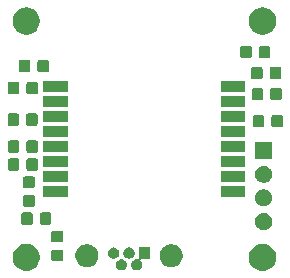
<source format=gbr>
%TF.GenerationSoftware,KiCad,Pcbnew,(5.1.5)-3*%
%TF.CreationDate,2020-05-01T16:03:37+02:00*%
%TF.ProjectId,SX1280_module,53583132-3830-45f6-9d6f-64756c652e6b,rev?*%
%TF.SameCoordinates,Original*%
%TF.FileFunction,Soldermask,Bot*%
%TF.FilePolarity,Negative*%
%FSLAX46Y46*%
G04 Gerber Fmt 4.6, Leading zero omitted, Abs format (unit mm)*
G04 Created by KiCad (PCBNEW (5.1.5)-3) date 2020-05-01 16:03:37*
%MOMM*%
%LPD*%
G04 APERTURE LIST*
%ADD10C,0.100000*%
G04 APERTURE END LIST*
D10*
G36*
X129224549Y-119871116D02*
G01*
X129335734Y-119893232D01*
X129545203Y-119979997D01*
X129733720Y-120105960D01*
X129894040Y-120266280D01*
X130020003Y-120454797D01*
X130106768Y-120664266D01*
X130113158Y-120696391D01*
X130151000Y-120886635D01*
X130151000Y-121113365D01*
X130147094Y-121133001D01*
X130106768Y-121335734D01*
X130020003Y-121545203D01*
X129894040Y-121733720D01*
X129733720Y-121894040D01*
X129545203Y-122020003D01*
X129335734Y-122106768D01*
X129224549Y-122128884D01*
X129113365Y-122151000D01*
X128886635Y-122151000D01*
X128775451Y-122128884D01*
X128664266Y-122106768D01*
X128454797Y-122020003D01*
X128266280Y-121894040D01*
X128105960Y-121733720D01*
X127979997Y-121545203D01*
X127893232Y-121335734D01*
X127852906Y-121133001D01*
X127849000Y-121113365D01*
X127849000Y-120886635D01*
X127886842Y-120696391D01*
X127893232Y-120664266D01*
X127979997Y-120454797D01*
X128105960Y-120266280D01*
X128266280Y-120105960D01*
X128454797Y-119979997D01*
X128664266Y-119893232D01*
X128775451Y-119871116D01*
X128886635Y-119849000D01*
X129113365Y-119849000D01*
X129224549Y-119871116D01*
G37*
G36*
X109224549Y-119871116D02*
G01*
X109335734Y-119893232D01*
X109545203Y-119979997D01*
X109733720Y-120105960D01*
X109894040Y-120266280D01*
X110020003Y-120454797D01*
X110106768Y-120664266D01*
X110113158Y-120696391D01*
X110151000Y-120886635D01*
X110151000Y-121113365D01*
X110147094Y-121133001D01*
X110106768Y-121335734D01*
X110020003Y-121545203D01*
X109894040Y-121733720D01*
X109733720Y-121894040D01*
X109545203Y-122020003D01*
X109335734Y-122106768D01*
X109224549Y-122128884D01*
X109113365Y-122151000D01*
X108886635Y-122151000D01*
X108775451Y-122128884D01*
X108664266Y-122106768D01*
X108454797Y-122020003D01*
X108266280Y-121894040D01*
X108105960Y-121733720D01*
X107979997Y-121545203D01*
X107893232Y-121335734D01*
X107852906Y-121133001D01*
X107849000Y-121113365D01*
X107849000Y-120886635D01*
X107886842Y-120696391D01*
X107893232Y-120664266D01*
X107979997Y-120454797D01*
X108105960Y-120266280D01*
X108266280Y-120105960D01*
X108454797Y-119979997D01*
X108664266Y-119893232D01*
X108775451Y-119871116D01*
X108886635Y-119849000D01*
X109113365Y-119849000D01*
X109224549Y-119871116D01*
G37*
G36*
X117157054Y-121191067D02*
G01*
X117187386Y-121197100D01*
X117273102Y-121232605D01*
X117350245Y-121284150D01*
X117415850Y-121349755D01*
X117467395Y-121426898D01*
X117502900Y-121512614D01*
X117521000Y-121603611D01*
X117521000Y-121696389D01*
X117502900Y-121787386D01*
X117467395Y-121873102D01*
X117415850Y-121950245D01*
X117350245Y-122015850D01*
X117273102Y-122067395D01*
X117187386Y-122102900D01*
X117157054Y-122108933D01*
X117096391Y-122121000D01*
X117003609Y-122121000D01*
X116942946Y-122108933D01*
X116912614Y-122102900D01*
X116826898Y-122067395D01*
X116749755Y-122015850D01*
X116684150Y-121950245D01*
X116632605Y-121873102D01*
X116597100Y-121787386D01*
X116579000Y-121696389D01*
X116579000Y-121603611D01*
X116597100Y-121512614D01*
X116632605Y-121426898D01*
X116684150Y-121349755D01*
X116749755Y-121284150D01*
X116826898Y-121232605D01*
X116912614Y-121197100D01*
X116942946Y-121191067D01*
X117003609Y-121179000D01*
X117096391Y-121179000D01*
X117157054Y-121191067D01*
G37*
G36*
X119471000Y-121121000D02*
G01*
X118788869Y-121121000D01*
X118764483Y-121123402D01*
X118741034Y-121130515D01*
X118719423Y-121142066D01*
X118700481Y-121157611D01*
X118684936Y-121176553D01*
X118673385Y-121198164D01*
X118666272Y-121221613D01*
X118663870Y-121245999D01*
X118666272Y-121270385D01*
X118673385Y-121293834D01*
X118684936Y-121315445D01*
X118700476Y-121334381D01*
X118715850Y-121349755D01*
X118767395Y-121426898D01*
X118802900Y-121512614D01*
X118821000Y-121603611D01*
X118821000Y-121696389D01*
X118802900Y-121787386D01*
X118767395Y-121873102D01*
X118715850Y-121950245D01*
X118650245Y-122015850D01*
X118573102Y-122067395D01*
X118487386Y-122102900D01*
X118457054Y-122108933D01*
X118396391Y-122121000D01*
X118303609Y-122121000D01*
X118242946Y-122108933D01*
X118212614Y-122102900D01*
X118126898Y-122067395D01*
X118049755Y-122015850D01*
X117984150Y-121950245D01*
X117932605Y-121873102D01*
X117897100Y-121787386D01*
X117879000Y-121696389D01*
X117879000Y-121603611D01*
X117897100Y-121512614D01*
X117932605Y-121426898D01*
X117984150Y-121349755D01*
X118049755Y-121284150D01*
X118126898Y-121232605D01*
X118212614Y-121197100D01*
X118242946Y-121191067D01*
X118303609Y-121179000D01*
X118404001Y-121179000D01*
X118428387Y-121176598D01*
X118451836Y-121169485D01*
X118473447Y-121157934D01*
X118492389Y-121142389D01*
X118507934Y-121123447D01*
X118519485Y-121101836D01*
X118526598Y-121078387D01*
X118529000Y-121054001D01*
X118529000Y-120179000D01*
X119471000Y-120179000D01*
X119471000Y-121121000D01*
G37*
G36*
X114409687Y-119931507D02*
G01*
X114409690Y-119931508D01*
X114409689Y-119931508D01*
X114587309Y-120005080D01*
X114587310Y-120005081D01*
X114747161Y-120111889D01*
X114883111Y-120247839D01*
X114951208Y-120349755D01*
X114989920Y-120407691D01*
X115044927Y-120540490D01*
X115063493Y-120585313D01*
X115101000Y-120773871D01*
X115101000Y-120966129D01*
X115063493Y-121154687D01*
X115063492Y-121154689D01*
X114989920Y-121332309D01*
X114987632Y-121335733D01*
X114883111Y-121492161D01*
X114747161Y-121628111D01*
X114613891Y-121717158D01*
X114587309Y-121734920D01*
X114460646Y-121787385D01*
X114409687Y-121808493D01*
X114221129Y-121846000D01*
X114028871Y-121846000D01*
X113840313Y-121808493D01*
X113789354Y-121787385D01*
X113662691Y-121734920D01*
X113636109Y-121717158D01*
X113502839Y-121628111D01*
X113366889Y-121492161D01*
X113262368Y-121335733D01*
X113260080Y-121332309D01*
X113186508Y-121154689D01*
X113186507Y-121154687D01*
X113149000Y-120966129D01*
X113149000Y-120773871D01*
X113186507Y-120585313D01*
X113205073Y-120540490D01*
X113260080Y-120407691D01*
X113298792Y-120349755D01*
X113366889Y-120247839D01*
X113502839Y-120111889D01*
X113662690Y-120005081D01*
X113662691Y-120005080D01*
X113840311Y-119931508D01*
X113840310Y-119931508D01*
X113840313Y-119931507D01*
X114028871Y-119894000D01*
X114221129Y-119894000D01*
X114409687Y-119931507D01*
G37*
G36*
X121559687Y-119931507D02*
G01*
X121559690Y-119931508D01*
X121559689Y-119931508D01*
X121737309Y-120005080D01*
X121737310Y-120005081D01*
X121897161Y-120111889D01*
X122033111Y-120247839D01*
X122101208Y-120349755D01*
X122139920Y-120407691D01*
X122194927Y-120540490D01*
X122213493Y-120585313D01*
X122251000Y-120773871D01*
X122251000Y-120966129D01*
X122213493Y-121154687D01*
X122213492Y-121154689D01*
X122139920Y-121332309D01*
X122137632Y-121335733D01*
X122033111Y-121492161D01*
X121897161Y-121628111D01*
X121763891Y-121717158D01*
X121737309Y-121734920D01*
X121610646Y-121787385D01*
X121559687Y-121808493D01*
X121371129Y-121846000D01*
X121178871Y-121846000D01*
X120990313Y-121808493D01*
X120939354Y-121787385D01*
X120812691Y-121734920D01*
X120786109Y-121717158D01*
X120652839Y-121628111D01*
X120516889Y-121492161D01*
X120412368Y-121335733D01*
X120410080Y-121332309D01*
X120336508Y-121154689D01*
X120336507Y-121154687D01*
X120299000Y-120966129D01*
X120299000Y-120773871D01*
X120336507Y-120585313D01*
X120355073Y-120540490D01*
X120410080Y-120407691D01*
X120448792Y-120349755D01*
X120516889Y-120247839D01*
X120652839Y-120111889D01*
X120812690Y-120005081D01*
X120812691Y-120005080D01*
X120990311Y-119931508D01*
X120990310Y-119931508D01*
X120990313Y-119931507D01*
X121178871Y-119894000D01*
X121371129Y-119894000D01*
X121559687Y-119931507D01*
G37*
G36*
X112002391Y-120356685D02*
G01*
X112036369Y-120366993D01*
X112067690Y-120383734D01*
X112095139Y-120406261D01*
X112117666Y-120433710D01*
X112134407Y-120465031D01*
X112144715Y-120499009D01*
X112148800Y-120540490D01*
X112148800Y-121141710D01*
X112144715Y-121183191D01*
X112134407Y-121217169D01*
X112117666Y-121248490D01*
X112095139Y-121275939D01*
X112067690Y-121298466D01*
X112036369Y-121315207D01*
X112002391Y-121325515D01*
X111960910Y-121329600D01*
X111284690Y-121329600D01*
X111243209Y-121325515D01*
X111209231Y-121315207D01*
X111177910Y-121298466D01*
X111150461Y-121275939D01*
X111127934Y-121248490D01*
X111111193Y-121217169D01*
X111100885Y-121183191D01*
X111096800Y-121141710D01*
X111096800Y-120540490D01*
X111100885Y-120499009D01*
X111111193Y-120465031D01*
X111127934Y-120433710D01*
X111150461Y-120406261D01*
X111177910Y-120383734D01*
X111209231Y-120366993D01*
X111243209Y-120356685D01*
X111284690Y-120352600D01*
X111960910Y-120352600D01*
X112002391Y-120356685D01*
G37*
G36*
X117807054Y-120191067D02*
G01*
X117837386Y-120197100D01*
X117923102Y-120232605D01*
X118000245Y-120284150D01*
X118065850Y-120349755D01*
X118117395Y-120426898D01*
X118147265Y-120499009D01*
X118152900Y-120512615D01*
X118169656Y-120596850D01*
X118171000Y-120603611D01*
X118171000Y-120696389D01*
X118152900Y-120787386D01*
X118117395Y-120873102D01*
X118065850Y-120950245D01*
X118000245Y-121015850D01*
X117923102Y-121067395D01*
X117837386Y-121102900D01*
X117807054Y-121108933D01*
X117746391Y-121121000D01*
X117653609Y-121121000D01*
X117592946Y-121108933D01*
X117562614Y-121102900D01*
X117476898Y-121067395D01*
X117399755Y-121015850D01*
X117334150Y-120950245D01*
X117282605Y-120873102D01*
X117247100Y-120787386D01*
X117229000Y-120696389D01*
X117229000Y-120603611D01*
X117230345Y-120596850D01*
X117247100Y-120512615D01*
X117252736Y-120499009D01*
X117282605Y-120426898D01*
X117334150Y-120349755D01*
X117399755Y-120284150D01*
X117476898Y-120232605D01*
X117562614Y-120197100D01*
X117592946Y-120191067D01*
X117653609Y-120179000D01*
X117746391Y-120179000D01*
X117807054Y-120191067D01*
G37*
G36*
X116507054Y-120191067D02*
G01*
X116537386Y-120197100D01*
X116623102Y-120232605D01*
X116700245Y-120284150D01*
X116765850Y-120349755D01*
X116817395Y-120426898D01*
X116847265Y-120499009D01*
X116852900Y-120512615D01*
X116869656Y-120596850D01*
X116871000Y-120603611D01*
X116871000Y-120696389D01*
X116852900Y-120787386D01*
X116817395Y-120873102D01*
X116765850Y-120950245D01*
X116700245Y-121015850D01*
X116623102Y-121067395D01*
X116537386Y-121102900D01*
X116507054Y-121108933D01*
X116446391Y-121121000D01*
X116353609Y-121121000D01*
X116292946Y-121108933D01*
X116262614Y-121102900D01*
X116176898Y-121067395D01*
X116099755Y-121015850D01*
X116034150Y-120950245D01*
X115982605Y-120873102D01*
X115947100Y-120787386D01*
X115929000Y-120696389D01*
X115929000Y-120603611D01*
X115930345Y-120596850D01*
X115947100Y-120512615D01*
X115952736Y-120499009D01*
X115982605Y-120426898D01*
X116034150Y-120349755D01*
X116099755Y-120284150D01*
X116176898Y-120232605D01*
X116262614Y-120197100D01*
X116292946Y-120191067D01*
X116353609Y-120179000D01*
X116446391Y-120179000D01*
X116507054Y-120191067D01*
G37*
G36*
X112002391Y-118781685D02*
G01*
X112036369Y-118791993D01*
X112067690Y-118808734D01*
X112095139Y-118831261D01*
X112117666Y-118858710D01*
X112134407Y-118890031D01*
X112144715Y-118924009D01*
X112148800Y-118965490D01*
X112148800Y-119566710D01*
X112144715Y-119608191D01*
X112134407Y-119642169D01*
X112117666Y-119673490D01*
X112095139Y-119700939D01*
X112067690Y-119723466D01*
X112036369Y-119740207D01*
X112002391Y-119750515D01*
X111960910Y-119754600D01*
X111284690Y-119754600D01*
X111243209Y-119750515D01*
X111209231Y-119740207D01*
X111177910Y-119723466D01*
X111150461Y-119700939D01*
X111127934Y-119673490D01*
X111111193Y-119642169D01*
X111100885Y-119608191D01*
X111096800Y-119566710D01*
X111096800Y-118965490D01*
X111100885Y-118924009D01*
X111111193Y-118890031D01*
X111127934Y-118858710D01*
X111150461Y-118831261D01*
X111177910Y-118808734D01*
X111209231Y-118791993D01*
X111243209Y-118781685D01*
X111284690Y-118777600D01*
X111960910Y-118777600D01*
X112002391Y-118781685D01*
G37*
G36*
X129309766Y-117278299D02*
G01*
X129441888Y-117333026D01*
X129441890Y-117333027D01*
X129560798Y-117412479D01*
X129661921Y-117513602D01*
X129661922Y-117513604D01*
X129741374Y-117632512D01*
X129796101Y-117764634D01*
X129824000Y-117904894D01*
X129824000Y-118047906D01*
X129796101Y-118188166D01*
X129770361Y-118250307D01*
X129741373Y-118320290D01*
X129661921Y-118439198D01*
X129560798Y-118540321D01*
X129441890Y-118619773D01*
X129441889Y-118619774D01*
X129441888Y-118619774D01*
X129309766Y-118674501D01*
X129169506Y-118702400D01*
X129026494Y-118702400D01*
X128886234Y-118674501D01*
X128754112Y-118619774D01*
X128754111Y-118619774D01*
X128754110Y-118619773D01*
X128635202Y-118540321D01*
X128534079Y-118439198D01*
X128454627Y-118320290D01*
X128425639Y-118250307D01*
X128399899Y-118188166D01*
X128372000Y-118047906D01*
X128372000Y-117904894D01*
X128399899Y-117764634D01*
X128454626Y-117632512D01*
X128534078Y-117513604D01*
X128534079Y-117513602D01*
X128635202Y-117412479D01*
X128754110Y-117333027D01*
X128754112Y-117333026D01*
X128886234Y-117278299D01*
X129026494Y-117250400D01*
X129169506Y-117250400D01*
X129309766Y-117278299D01*
G37*
G36*
X110984591Y-117207085D02*
G01*
X111018569Y-117217393D01*
X111049890Y-117234134D01*
X111077339Y-117256661D01*
X111099866Y-117284110D01*
X111116607Y-117315431D01*
X111126915Y-117349409D01*
X111131000Y-117390890D01*
X111131000Y-118067110D01*
X111126915Y-118108591D01*
X111116607Y-118142569D01*
X111099866Y-118173890D01*
X111077339Y-118201339D01*
X111049890Y-118223866D01*
X111018569Y-118240607D01*
X110984591Y-118250915D01*
X110943110Y-118255000D01*
X110341890Y-118255000D01*
X110300409Y-118250915D01*
X110266431Y-118240607D01*
X110235110Y-118223866D01*
X110207661Y-118201339D01*
X110185134Y-118173890D01*
X110168393Y-118142569D01*
X110158085Y-118108591D01*
X110154000Y-118067110D01*
X110154000Y-117390890D01*
X110158085Y-117349409D01*
X110168393Y-117315431D01*
X110185134Y-117284110D01*
X110207661Y-117256661D01*
X110235110Y-117234134D01*
X110266431Y-117217393D01*
X110300409Y-117207085D01*
X110341890Y-117203000D01*
X110943110Y-117203000D01*
X110984591Y-117207085D01*
G37*
G36*
X109409591Y-117207085D02*
G01*
X109443569Y-117217393D01*
X109474890Y-117234134D01*
X109502339Y-117256661D01*
X109524866Y-117284110D01*
X109541607Y-117315431D01*
X109551915Y-117349409D01*
X109556000Y-117390890D01*
X109556000Y-118067110D01*
X109551915Y-118108591D01*
X109541607Y-118142569D01*
X109524866Y-118173890D01*
X109502339Y-118201339D01*
X109474890Y-118223866D01*
X109443569Y-118240607D01*
X109409591Y-118250915D01*
X109368110Y-118255000D01*
X108766890Y-118255000D01*
X108725409Y-118250915D01*
X108691431Y-118240607D01*
X108660110Y-118223866D01*
X108632661Y-118201339D01*
X108610134Y-118173890D01*
X108593393Y-118142569D01*
X108583085Y-118108591D01*
X108579000Y-118067110D01*
X108579000Y-117390890D01*
X108583085Y-117349409D01*
X108593393Y-117315431D01*
X108610134Y-117284110D01*
X108632661Y-117256661D01*
X108660110Y-117234134D01*
X108691431Y-117217393D01*
X108725409Y-117207085D01*
X108766890Y-117203000D01*
X109368110Y-117203000D01*
X109409591Y-117207085D01*
G37*
G36*
X109599591Y-115746085D02*
G01*
X109633569Y-115756393D01*
X109664890Y-115773134D01*
X109692339Y-115795661D01*
X109714866Y-115823110D01*
X109731607Y-115854431D01*
X109741915Y-115888409D01*
X109746000Y-115929890D01*
X109746000Y-116531110D01*
X109741915Y-116572591D01*
X109731607Y-116606569D01*
X109714866Y-116637890D01*
X109692339Y-116665339D01*
X109664890Y-116687866D01*
X109633569Y-116704607D01*
X109599591Y-116714915D01*
X109558110Y-116719000D01*
X108881890Y-116719000D01*
X108840409Y-116714915D01*
X108806431Y-116704607D01*
X108775110Y-116687866D01*
X108747661Y-116665339D01*
X108725134Y-116637890D01*
X108708393Y-116606569D01*
X108698085Y-116572591D01*
X108694000Y-116531110D01*
X108694000Y-115929890D01*
X108698085Y-115888409D01*
X108708393Y-115854431D01*
X108725134Y-115823110D01*
X108747661Y-115795661D01*
X108775110Y-115773134D01*
X108806431Y-115756393D01*
X108840409Y-115746085D01*
X108881890Y-115742000D01*
X109558110Y-115742000D01*
X109599591Y-115746085D01*
G37*
G36*
X129309766Y-115278299D02*
G01*
X129441888Y-115333026D01*
X129441890Y-115333027D01*
X129560798Y-115412479D01*
X129661921Y-115513602D01*
X129661922Y-115513604D01*
X129741374Y-115632512D01*
X129796101Y-115764634D01*
X129824000Y-115904894D01*
X129824000Y-116047906D01*
X129796101Y-116188166D01*
X129741374Y-116320288D01*
X129741373Y-116320290D01*
X129661921Y-116439198D01*
X129560798Y-116540321D01*
X129441890Y-116619773D01*
X129441889Y-116619774D01*
X129441888Y-116619774D01*
X129309766Y-116674501D01*
X129169506Y-116702400D01*
X129026494Y-116702400D01*
X128886234Y-116674501D01*
X128754112Y-116619774D01*
X128754111Y-116619774D01*
X128754110Y-116619773D01*
X128635202Y-116540321D01*
X128534079Y-116439198D01*
X128454627Y-116320290D01*
X128454626Y-116320288D01*
X128399899Y-116188166D01*
X128372000Y-116047906D01*
X128372000Y-115904894D01*
X128399899Y-115764634D01*
X128454626Y-115632512D01*
X128534078Y-115513604D01*
X128534079Y-115513602D01*
X128635202Y-115412479D01*
X128754110Y-115333027D01*
X128754112Y-115333026D01*
X128886234Y-115278299D01*
X129026494Y-115250400D01*
X129169506Y-115250400D01*
X129309766Y-115278299D01*
G37*
G36*
X127551000Y-115896000D02*
G01*
X125449000Y-115896000D01*
X125449000Y-114994000D01*
X127551000Y-114994000D01*
X127551000Y-115896000D01*
G37*
G36*
X112551000Y-115896000D02*
G01*
X110449000Y-115896000D01*
X110449000Y-114994000D01*
X112551000Y-114994000D01*
X112551000Y-115896000D01*
G37*
G36*
X109599591Y-114171085D02*
G01*
X109633569Y-114181393D01*
X109664890Y-114198134D01*
X109692339Y-114220661D01*
X109714866Y-114248110D01*
X109731607Y-114279431D01*
X109741915Y-114313409D01*
X109746000Y-114354890D01*
X109746000Y-114956110D01*
X109741915Y-114997591D01*
X109731607Y-115031569D01*
X109714866Y-115062890D01*
X109692339Y-115090339D01*
X109664890Y-115112866D01*
X109633569Y-115129607D01*
X109599591Y-115139915D01*
X109558110Y-115144000D01*
X108881890Y-115144000D01*
X108840409Y-115139915D01*
X108806431Y-115129607D01*
X108775110Y-115112866D01*
X108747661Y-115090339D01*
X108725134Y-115062890D01*
X108708393Y-115031569D01*
X108698085Y-114997591D01*
X108694000Y-114956110D01*
X108694000Y-114354890D01*
X108698085Y-114313409D01*
X108708393Y-114279431D01*
X108725134Y-114248110D01*
X108747661Y-114220661D01*
X108775110Y-114198134D01*
X108806431Y-114181393D01*
X108840409Y-114171085D01*
X108881890Y-114167000D01*
X109558110Y-114167000D01*
X109599591Y-114171085D01*
G37*
G36*
X129309766Y-113278299D02*
G01*
X129441888Y-113333026D01*
X129441890Y-113333027D01*
X129560798Y-113412479D01*
X129661921Y-113513602D01*
X129699985Y-113570569D01*
X129741374Y-113632512D01*
X129796101Y-113764634D01*
X129824000Y-113904894D01*
X129824000Y-114047906D01*
X129796101Y-114188166D01*
X129744223Y-114313409D01*
X129741373Y-114320290D01*
X129661921Y-114439198D01*
X129560798Y-114540321D01*
X129441890Y-114619773D01*
X129441889Y-114619774D01*
X129441888Y-114619774D01*
X129309766Y-114674501D01*
X129169506Y-114702400D01*
X129026494Y-114702400D01*
X128886234Y-114674501D01*
X128754112Y-114619774D01*
X128754111Y-114619774D01*
X128754110Y-114619773D01*
X128635202Y-114540321D01*
X128534079Y-114439198D01*
X128454627Y-114320290D01*
X128451777Y-114313409D01*
X128399899Y-114188166D01*
X128372000Y-114047906D01*
X128372000Y-113904894D01*
X128399899Y-113764634D01*
X128454626Y-113632512D01*
X128496015Y-113570569D01*
X128534079Y-113513602D01*
X128635202Y-113412479D01*
X128754110Y-113333027D01*
X128754112Y-113333026D01*
X128886234Y-113278299D01*
X129026494Y-113250400D01*
X129169506Y-113250400D01*
X129309766Y-113278299D01*
G37*
G36*
X127551000Y-114626000D02*
G01*
X125449000Y-114626000D01*
X125449000Y-113724000D01*
X127551000Y-113724000D01*
X127551000Y-114626000D01*
G37*
G36*
X112551000Y-114626000D02*
G01*
X110449000Y-114626000D01*
X110449000Y-113724000D01*
X112551000Y-113724000D01*
X112551000Y-114626000D01*
G37*
G36*
X108266591Y-112635085D02*
G01*
X108300569Y-112645393D01*
X108331890Y-112662134D01*
X108359339Y-112684661D01*
X108381866Y-112712110D01*
X108398607Y-112743431D01*
X108408915Y-112777409D01*
X108413000Y-112818890D01*
X108413000Y-113495110D01*
X108408915Y-113536591D01*
X108398607Y-113570569D01*
X108381866Y-113601890D01*
X108359339Y-113629339D01*
X108331890Y-113651866D01*
X108300569Y-113668607D01*
X108266591Y-113678915D01*
X108225110Y-113683000D01*
X107623890Y-113683000D01*
X107582409Y-113678915D01*
X107548431Y-113668607D01*
X107517110Y-113651866D01*
X107489661Y-113629339D01*
X107467134Y-113601890D01*
X107450393Y-113570569D01*
X107440085Y-113536591D01*
X107436000Y-113495110D01*
X107436000Y-112818890D01*
X107440085Y-112777409D01*
X107450393Y-112743431D01*
X107467134Y-112712110D01*
X107489661Y-112684661D01*
X107517110Y-112662134D01*
X107548431Y-112645393D01*
X107582409Y-112635085D01*
X107623890Y-112631000D01*
X108225110Y-112631000D01*
X108266591Y-112635085D01*
G37*
G36*
X109841591Y-112635085D02*
G01*
X109875569Y-112645393D01*
X109906890Y-112662134D01*
X109934339Y-112684661D01*
X109956866Y-112712110D01*
X109973607Y-112743431D01*
X109983915Y-112777409D01*
X109988000Y-112818890D01*
X109988000Y-113495110D01*
X109983915Y-113536591D01*
X109973607Y-113570569D01*
X109956866Y-113601890D01*
X109934339Y-113629339D01*
X109906890Y-113651866D01*
X109875569Y-113668607D01*
X109841591Y-113678915D01*
X109800110Y-113683000D01*
X109198890Y-113683000D01*
X109157409Y-113678915D01*
X109123431Y-113668607D01*
X109092110Y-113651866D01*
X109064661Y-113629339D01*
X109042134Y-113601890D01*
X109025393Y-113570569D01*
X109015085Y-113536591D01*
X109011000Y-113495110D01*
X109011000Y-112818890D01*
X109015085Y-112777409D01*
X109025393Y-112743431D01*
X109042134Y-112712110D01*
X109064661Y-112684661D01*
X109092110Y-112662134D01*
X109123431Y-112645393D01*
X109157409Y-112635085D01*
X109198890Y-112631000D01*
X109800110Y-112631000D01*
X109841591Y-112635085D01*
G37*
G36*
X112551000Y-113356000D02*
G01*
X110449000Y-113356000D01*
X110449000Y-112454000D01*
X112551000Y-112454000D01*
X112551000Y-113356000D01*
G37*
G36*
X127551000Y-113356000D02*
G01*
X125449000Y-113356000D01*
X125449000Y-112454000D01*
X127551000Y-112454000D01*
X127551000Y-113356000D01*
G37*
G36*
X129824000Y-112702400D02*
G01*
X128372000Y-112702400D01*
X128372000Y-111250400D01*
X129824000Y-111250400D01*
X129824000Y-112702400D01*
G37*
G36*
X108266591Y-111111085D02*
G01*
X108300569Y-111121393D01*
X108331890Y-111138134D01*
X108359339Y-111160661D01*
X108381866Y-111188110D01*
X108398607Y-111219431D01*
X108408915Y-111253409D01*
X108413000Y-111294890D01*
X108413000Y-111971110D01*
X108408915Y-112012591D01*
X108398607Y-112046569D01*
X108381866Y-112077890D01*
X108359339Y-112105339D01*
X108331890Y-112127866D01*
X108300569Y-112144607D01*
X108266591Y-112154915D01*
X108225110Y-112159000D01*
X107623890Y-112159000D01*
X107582409Y-112154915D01*
X107548431Y-112144607D01*
X107517110Y-112127866D01*
X107489661Y-112105339D01*
X107467134Y-112077890D01*
X107450393Y-112046569D01*
X107440085Y-112012591D01*
X107436000Y-111971110D01*
X107436000Y-111294890D01*
X107440085Y-111253409D01*
X107450393Y-111219431D01*
X107467134Y-111188110D01*
X107489661Y-111160661D01*
X107517110Y-111138134D01*
X107548431Y-111121393D01*
X107582409Y-111111085D01*
X107623890Y-111107000D01*
X108225110Y-111107000D01*
X108266591Y-111111085D01*
G37*
G36*
X109841591Y-111111085D02*
G01*
X109875569Y-111121393D01*
X109906890Y-111138134D01*
X109934339Y-111160661D01*
X109956866Y-111188110D01*
X109973607Y-111219431D01*
X109983915Y-111253409D01*
X109988000Y-111294890D01*
X109988000Y-111971110D01*
X109983915Y-112012591D01*
X109973607Y-112046569D01*
X109956866Y-112077890D01*
X109934339Y-112105339D01*
X109906890Y-112127866D01*
X109875569Y-112144607D01*
X109841591Y-112154915D01*
X109800110Y-112159000D01*
X109198890Y-112159000D01*
X109157409Y-112154915D01*
X109123431Y-112144607D01*
X109092110Y-112127866D01*
X109064661Y-112105339D01*
X109042134Y-112077890D01*
X109025393Y-112046569D01*
X109015085Y-112012591D01*
X109011000Y-111971110D01*
X109011000Y-111294890D01*
X109015085Y-111253409D01*
X109025393Y-111219431D01*
X109042134Y-111188110D01*
X109064661Y-111160661D01*
X109092110Y-111138134D01*
X109123431Y-111121393D01*
X109157409Y-111111085D01*
X109198890Y-111107000D01*
X109800110Y-111107000D01*
X109841591Y-111111085D01*
G37*
G36*
X112551000Y-112086000D02*
G01*
X110449000Y-112086000D01*
X110449000Y-111184000D01*
X112551000Y-111184000D01*
X112551000Y-112086000D01*
G37*
G36*
X127551000Y-112086000D02*
G01*
X125449000Y-112086000D01*
X125449000Y-111184000D01*
X127551000Y-111184000D01*
X127551000Y-112086000D01*
G37*
G36*
X112551000Y-110816000D02*
G01*
X110449000Y-110816000D01*
X110449000Y-109914000D01*
X112551000Y-109914000D01*
X112551000Y-110816000D01*
G37*
G36*
X127551000Y-110816000D02*
G01*
X125449000Y-110816000D01*
X125449000Y-109914000D01*
X127551000Y-109914000D01*
X127551000Y-110816000D01*
G37*
G36*
X129008191Y-108965285D02*
G01*
X129042169Y-108975593D01*
X129073490Y-108992334D01*
X129100939Y-109014861D01*
X129123466Y-109042310D01*
X129140207Y-109073631D01*
X129150515Y-109107609D01*
X129154600Y-109149090D01*
X129154600Y-109825310D01*
X129150515Y-109866791D01*
X129140207Y-109900769D01*
X129123466Y-109932090D01*
X129100939Y-109959539D01*
X129073490Y-109982066D01*
X129042169Y-109998807D01*
X129008191Y-110009115D01*
X128966710Y-110013200D01*
X128365490Y-110013200D01*
X128324009Y-110009115D01*
X128290031Y-109998807D01*
X128258710Y-109982066D01*
X128231261Y-109959539D01*
X128208734Y-109932090D01*
X128191993Y-109900769D01*
X128181685Y-109866791D01*
X128177600Y-109825310D01*
X128177600Y-109149090D01*
X128181685Y-109107609D01*
X128191993Y-109073631D01*
X128208734Y-109042310D01*
X128231261Y-109014861D01*
X128258710Y-108992334D01*
X128290031Y-108975593D01*
X128324009Y-108965285D01*
X128365490Y-108961200D01*
X128966710Y-108961200D01*
X129008191Y-108965285D01*
G37*
G36*
X130583191Y-108965285D02*
G01*
X130617169Y-108975593D01*
X130648490Y-108992334D01*
X130675939Y-109014861D01*
X130698466Y-109042310D01*
X130715207Y-109073631D01*
X130725515Y-109107609D01*
X130729600Y-109149090D01*
X130729600Y-109825310D01*
X130725515Y-109866791D01*
X130715207Y-109900769D01*
X130698466Y-109932090D01*
X130675939Y-109959539D01*
X130648490Y-109982066D01*
X130617169Y-109998807D01*
X130583191Y-110009115D01*
X130541710Y-110013200D01*
X129940490Y-110013200D01*
X129899009Y-110009115D01*
X129865031Y-109998807D01*
X129833710Y-109982066D01*
X129806261Y-109959539D01*
X129783734Y-109932090D01*
X129766993Y-109900769D01*
X129756685Y-109866791D01*
X129752600Y-109825310D01*
X129752600Y-109149090D01*
X129756685Y-109107609D01*
X129766993Y-109073631D01*
X129783734Y-109042310D01*
X129806261Y-109014861D01*
X129833710Y-108992334D01*
X129865031Y-108975593D01*
X129899009Y-108965285D01*
X129940490Y-108961200D01*
X130541710Y-108961200D01*
X130583191Y-108965285D01*
G37*
G36*
X109816091Y-108825085D02*
G01*
X109850069Y-108835393D01*
X109881390Y-108852134D01*
X109908839Y-108874661D01*
X109931366Y-108902110D01*
X109948107Y-108933431D01*
X109958415Y-108967409D01*
X109962500Y-109008890D01*
X109962500Y-109685110D01*
X109958415Y-109726591D01*
X109948107Y-109760569D01*
X109931366Y-109791890D01*
X109908839Y-109819339D01*
X109881390Y-109841866D01*
X109850069Y-109858607D01*
X109816091Y-109868915D01*
X109774610Y-109873000D01*
X109173390Y-109873000D01*
X109131909Y-109868915D01*
X109097931Y-109858607D01*
X109066610Y-109841866D01*
X109039161Y-109819339D01*
X109016634Y-109791890D01*
X108999893Y-109760569D01*
X108989585Y-109726591D01*
X108985500Y-109685110D01*
X108985500Y-109008890D01*
X108989585Y-108967409D01*
X108999893Y-108933431D01*
X109016634Y-108902110D01*
X109039161Y-108874661D01*
X109066610Y-108852134D01*
X109097931Y-108835393D01*
X109131909Y-108825085D01*
X109173390Y-108821000D01*
X109774610Y-108821000D01*
X109816091Y-108825085D01*
G37*
G36*
X108241091Y-108825085D02*
G01*
X108275069Y-108835393D01*
X108306390Y-108852134D01*
X108333839Y-108874661D01*
X108356366Y-108902110D01*
X108373107Y-108933431D01*
X108383415Y-108967409D01*
X108387500Y-109008890D01*
X108387500Y-109685110D01*
X108383415Y-109726591D01*
X108373107Y-109760569D01*
X108356366Y-109791890D01*
X108333839Y-109819339D01*
X108306390Y-109841866D01*
X108275069Y-109858607D01*
X108241091Y-109868915D01*
X108199610Y-109873000D01*
X107598390Y-109873000D01*
X107556909Y-109868915D01*
X107522931Y-109858607D01*
X107491610Y-109841866D01*
X107464161Y-109819339D01*
X107441634Y-109791890D01*
X107424893Y-109760569D01*
X107414585Y-109726591D01*
X107410500Y-109685110D01*
X107410500Y-109008890D01*
X107414585Y-108967409D01*
X107424893Y-108933431D01*
X107441634Y-108902110D01*
X107464161Y-108874661D01*
X107491610Y-108852134D01*
X107522931Y-108835393D01*
X107556909Y-108825085D01*
X107598390Y-108821000D01*
X108199610Y-108821000D01*
X108241091Y-108825085D01*
G37*
G36*
X127551000Y-109546000D02*
G01*
X125449000Y-109546000D01*
X125449000Y-108644000D01*
X127551000Y-108644000D01*
X127551000Y-109546000D01*
G37*
G36*
X112551000Y-109546000D02*
G01*
X110449000Y-109546000D01*
X110449000Y-108644000D01*
X112551000Y-108644000D01*
X112551000Y-109546000D01*
G37*
G36*
X112551000Y-108276000D02*
G01*
X110449000Y-108276000D01*
X110449000Y-107374000D01*
X112551000Y-107374000D01*
X112551000Y-108276000D01*
G37*
G36*
X127551000Y-108276000D02*
G01*
X125449000Y-108276000D01*
X125449000Y-107374000D01*
X127551000Y-107374000D01*
X127551000Y-108276000D01*
G37*
G36*
X130481591Y-106679285D02*
G01*
X130515569Y-106689593D01*
X130546890Y-106706334D01*
X130574339Y-106728861D01*
X130596866Y-106756310D01*
X130613607Y-106787631D01*
X130623915Y-106821609D01*
X130628000Y-106863090D01*
X130628000Y-107539310D01*
X130623915Y-107580791D01*
X130613607Y-107614769D01*
X130596866Y-107646090D01*
X130574339Y-107673539D01*
X130546890Y-107696066D01*
X130515569Y-107712807D01*
X130481591Y-107723115D01*
X130440110Y-107727200D01*
X129838890Y-107727200D01*
X129797409Y-107723115D01*
X129763431Y-107712807D01*
X129732110Y-107696066D01*
X129704661Y-107673539D01*
X129682134Y-107646090D01*
X129665393Y-107614769D01*
X129655085Y-107580791D01*
X129651000Y-107539310D01*
X129651000Y-106863090D01*
X129655085Y-106821609D01*
X129665393Y-106787631D01*
X129682134Y-106756310D01*
X129704661Y-106728861D01*
X129732110Y-106706334D01*
X129763431Y-106689593D01*
X129797409Y-106679285D01*
X129838890Y-106675200D01*
X130440110Y-106675200D01*
X130481591Y-106679285D01*
G37*
G36*
X128906591Y-106679285D02*
G01*
X128940569Y-106689593D01*
X128971890Y-106706334D01*
X128999339Y-106728861D01*
X129021866Y-106756310D01*
X129038607Y-106787631D01*
X129048915Y-106821609D01*
X129053000Y-106863090D01*
X129053000Y-107539310D01*
X129048915Y-107580791D01*
X129038607Y-107614769D01*
X129021866Y-107646090D01*
X128999339Y-107673539D01*
X128971890Y-107696066D01*
X128940569Y-107712807D01*
X128906591Y-107723115D01*
X128865110Y-107727200D01*
X128263890Y-107727200D01*
X128222409Y-107723115D01*
X128188431Y-107712807D01*
X128157110Y-107696066D01*
X128129661Y-107673539D01*
X128107134Y-107646090D01*
X128090393Y-107614769D01*
X128080085Y-107580791D01*
X128076000Y-107539310D01*
X128076000Y-106863090D01*
X128080085Y-106821609D01*
X128090393Y-106787631D01*
X128107134Y-106756310D01*
X128129661Y-106728861D01*
X128157110Y-106706334D01*
X128188431Y-106689593D01*
X128222409Y-106679285D01*
X128263890Y-106675200D01*
X128865110Y-106675200D01*
X128906591Y-106679285D01*
G37*
G36*
X108266591Y-106158085D02*
G01*
X108300569Y-106168393D01*
X108331890Y-106185134D01*
X108359339Y-106207661D01*
X108381866Y-106235110D01*
X108398607Y-106266431D01*
X108408915Y-106300409D01*
X108413000Y-106341890D01*
X108413000Y-107018110D01*
X108408915Y-107059591D01*
X108398607Y-107093569D01*
X108381866Y-107124890D01*
X108359339Y-107152339D01*
X108331890Y-107174866D01*
X108300569Y-107191607D01*
X108266591Y-107201915D01*
X108225110Y-107206000D01*
X107623890Y-107206000D01*
X107582409Y-107201915D01*
X107548431Y-107191607D01*
X107517110Y-107174866D01*
X107489661Y-107152339D01*
X107467134Y-107124890D01*
X107450393Y-107093569D01*
X107440085Y-107059591D01*
X107436000Y-107018110D01*
X107436000Y-106341890D01*
X107440085Y-106300409D01*
X107450393Y-106266431D01*
X107467134Y-106235110D01*
X107489661Y-106207661D01*
X107517110Y-106185134D01*
X107548431Y-106168393D01*
X107582409Y-106158085D01*
X107623890Y-106154000D01*
X108225110Y-106154000D01*
X108266591Y-106158085D01*
G37*
G36*
X109841591Y-106158085D02*
G01*
X109875569Y-106168393D01*
X109906890Y-106185134D01*
X109934339Y-106207661D01*
X109956866Y-106235110D01*
X109973607Y-106266431D01*
X109983915Y-106300409D01*
X109988000Y-106341890D01*
X109988000Y-107018110D01*
X109983915Y-107059591D01*
X109973607Y-107093569D01*
X109956866Y-107124890D01*
X109934339Y-107152339D01*
X109906890Y-107174866D01*
X109875569Y-107191607D01*
X109841591Y-107201915D01*
X109800110Y-107206000D01*
X109198890Y-107206000D01*
X109157409Y-107201915D01*
X109123431Y-107191607D01*
X109092110Y-107174866D01*
X109064661Y-107152339D01*
X109042134Y-107124890D01*
X109025393Y-107093569D01*
X109015085Y-107059591D01*
X109011000Y-107018110D01*
X109011000Y-106341890D01*
X109015085Y-106300409D01*
X109025393Y-106266431D01*
X109042134Y-106235110D01*
X109064661Y-106207661D01*
X109092110Y-106185134D01*
X109123431Y-106168393D01*
X109157409Y-106158085D01*
X109198890Y-106154000D01*
X109800110Y-106154000D01*
X109841591Y-106158085D01*
G37*
G36*
X127551000Y-107006000D02*
G01*
X125449000Y-107006000D01*
X125449000Y-106104000D01*
X127551000Y-106104000D01*
X127551000Y-107006000D01*
G37*
G36*
X112551000Y-107006000D02*
G01*
X110449000Y-107006000D01*
X110449000Y-106104000D01*
X112551000Y-106104000D01*
X112551000Y-107006000D01*
G37*
G36*
X130441091Y-104888085D02*
G01*
X130475069Y-104898393D01*
X130506390Y-104915134D01*
X130533839Y-104937661D01*
X130556366Y-104965110D01*
X130573107Y-104996431D01*
X130583415Y-105030409D01*
X130587500Y-105071890D01*
X130587500Y-105748110D01*
X130583415Y-105789591D01*
X130573107Y-105823569D01*
X130556366Y-105854890D01*
X130533839Y-105882339D01*
X130506390Y-105904866D01*
X130475069Y-105921607D01*
X130441091Y-105931915D01*
X130399610Y-105936000D01*
X129798390Y-105936000D01*
X129756909Y-105931915D01*
X129722931Y-105921607D01*
X129691610Y-105904866D01*
X129664161Y-105882339D01*
X129641634Y-105854890D01*
X129624893Y-105823569D01*
X129614585Y-105789591D01*
X129610500Y-105748110D01*
X129610500Y-105071890D01*
X129614585Y-105030409D01*
X129624893Y-104996431D01*
X129641634Y-104965110D01*
X129664161Y-104937661D01*
X129691610Y-104915134D01*
X129722931Y-104898393D01*
X129756909Y-104888085D01*
X129798390Y-104884000D01*
X130399610Y-104884000D01*
X130441091Y-104888085D01*
G37*
G36*
X128866091Y-104888085D02*
G01*
X128900069Y-104898393D01*
X128931390Y-104915134D01*
X128958839Y-104937661D01*
X128981366Y-104965110D01*
X128998107Y-104996431D01*
X129008415Y-105030409D01*
X129012500Y-105071890D01*
X129012500Y-105748110D01*
X129008415Y-105789591D01*
X128998107Y-105823569D01*
X128981366Y-105854890D01*
X128958839Y-105882339D01*
X128931390Y-105904866D01*
X128900069Y-105921607D01*
X128866091Y-105931915D01*
X128824610Y-105936000D01*
X128223390Y-105936000D01*
X128181909Y-105931915D01*
X128147931Y-105921607D01*
X128116610Y-105904866D01*
X128089161Y-105882339D01*
X128066634Y-105854890D01*
X128049893Y-105823569D01*
X128039585Y-105789591D01*
X128035500Y-105748110D01*
X128035500Y-105071890D01*
X128039585Y-105030409D01*
X128049893Y-104996431D01*
X128066634Y-104965110D01*
X128089161Y-104937661D01*
X128116610Y-104915134D01*
X128147931Y-104898393D01*
X128181909Y-104888085D01*
X128223390Y-104884000D01*
X128824610Y-104884000D01*
X128866091Y-104888085D01*
G37*
G36*
X109196191Y-104291685D02*
G01*
X109230169Y-104301993D01*
X109261490Y-104318734D01*
X109288939Y-104341261D01*
X109311466Y-104368710D01*
X109328207Y-104400031D01*
X109338515Y-104434009D01*
X109342600Y-104475490D01*
X109342600Y-105151710D01*
X109338515Y-105193191D01*
X109328207Y-105227169D01*
X109311466Y-105258490D01*
X109288939Y-105285939D01*
X109261490Y-105308466D01*
X109230169Y-105325207D01*
X109196191Y-105335515D01*
X109154710Y-105339600D01*
X108553490Y-105339600D01*
X108512009Y-105335515D01*
X108478031Y-105325207D01*
X108446710Y-105308466D01*
X108419261Y-105285939D01*
X108396734Y-105258490D01*
X108379993Y-105227169D01*
X108369685Y-105193191D01*
X108365600Y-105151710D01*
X108365600Y-104475490D01*
X108369685Y-104434009D01*
X108379993Y-104400031D01*
X108396734Y-104368710D01*
X108419261Y-104341261D01*
X108446710Y-104318734D01*
X108478031Y-104301993D01*
X108512009Y-104291685D01*
X108553490Y-104287600D01*
X109154710Y-104287600D01*
X109196191Y-104291685D01*
G37*
G36*
X110771191Y-104291685D02*
G01*
X110805169Y-104301993D01*
X110836490Y-104318734D01*
X110863939Y-104341261D01*
X110886466Y-104368710D01*
X110903207Y-104400031D01*
X110913515Y-104434009D01*
X110917600Y-104475490D01*
X110917600Y-105151710D01*
X110913515Y-105193191D01*
X110903207Y-105227169D01*
X110886466Y-105258490D01*
X110863939Y-105285939D01*
X110836490Y-105308466D01*
X110805169Y-105325207D01*
X110771191Y-105335515D01*
X110729710Y-105339600D01*
X110128490Y-105339600D01*
X110087009Y-105335515D01*
X110053031Y-105325207D01*
X110021710Y-105308466D01*
X109994261Y-105285939D01*
X109971734Y-105258490D01*
X109954993Y-105227169D01*
X109944685Y-105193191D01*
X109940600Y-105151710D01*
X109940600Y-104475490D01*
X109944685Y-104434009D01*
X109954993Y-104400031D01*
X109971734Y-104368710D01*
X109994261Y-104341261D01*
X110021710Y-104318734D01*
X110053031Y-104301993D01*
X110087009Y-104291685D01*
X110128490Y-104287600D01*
X110729710Y-104287600D01*
X110771191Y-104291685D01*
G37*
G36*
X127951591Y-103123285D02*
G01*
X127985569Y-103133593D01*
X128016890Y-103150334D01*
X128044339Y-103172861D01*
X128066866Y-103200310D01*
X128083607Y-103231631D01*
X128093915Y-103265609D01*
X128098000Y-103307090D01*
X128098000Y-103983310D01*
X128093915Y-104024791D01*
X128083607Y-104058769D01*
X128066866Y-104090090D01*
X128044339Y-104117539D01*
X128016890Y-104140066D01*
X127985569Y-104156807D01*
X127951591Y-104167115D01*
X127910110Y-104171200D01*
X127308890Y-104171200D01*
X127267409Y-104167115D01*
X127233431Y-104156807D01*
X127202110Y-104140066D01*
X127174661Y-104117539D01*
X127152134Y-104090090D01*
X127135393Y-104058769D01*
X127125085Y-104024791D01*
X127121000Y-103983310D01*
X127121000Y-103307090D01*
X127125085Y-103265609D01*
X127135393Y-103231631D01*
X127152134Y-103200310D01*
X127174661Y-103172861D01*
X127202110Y-103150334D01*
X127233431Y-103133593D01*
X127267409Y-103123285D01*
X127308890Y-103119200D01*
X127910110Y-103119200D01*
X127951591Y-103123285D01*
G37*
G36*
X129526591Y-103123285D02*
G01*
X129560569Y-103133593D01*
X129591890Y-103150334D01*
X129619339Y-103172861D01*
X129641866Y-103200310D01*
X129658607Y-103231631D01*
X129668915Y-103265609D01*
X129673000Y-103307090D01*
X129673000Y-103983310D01*
X129668915Y-104024791D01*
X129658607Y-104058769D01*
X129641866Y-104090090D01*
X129619339Y-104117539D01*
X129591890Y-104140066D01*
X129560569Y-104156807D01*
X129526591Y-104167115D01*
X129485110Y-104171200D01*
X128883890Y-104171200D01*
X128842409Y-104167115D01*
X128808431Y-104156807D01*
X128777110Y-104140066D01*
X128749661Y-104117539D01*
X128727134Y-104090090D01*
X128710393Y-104058769D01*
X128700085Y-104024791D01*
X128696000Y-103983310D01*
X128696000Y-103307090D01*
X128700085Y-103265609D01*
X128710393Y-103231631D01*
X128727134Y-103200310D01*
X128749661Y-103172861D01*
X128777110Y-103150334D01*
X128808431Y-103133593D01*
X128842409Y-103123285D01*
X128883890Y-103119200D01*
X129485110Y-103119200D01*
X129526591Y-103123285D01*
G37*
G36*
X129224549Y-99871116D02*
G01*
X129335734Y-99893232D01*
X129545203Y-99979997D01*
X129733720Y-100105960D01*
X129894040Y-100266280D01*
X130020003Y-100454797D01*
X130106768Y-100664266D01*
X130151000Y-100886636D01*
X130151000Y-101113364D01*
X130106768Y-101335734D01*
X130020003Y-101545203D01*
X129894040Y-101733720D01*
X129733720Y-101894040D01*
X129545203Y-102020003D01*
X129335734Y-102106768D01*
X129224549Y-102128884D01*
X129113365Y-102151000D01*
X128886635Y-102151000D01*
X128775451Y-102128884D01*
X128664266Y-102106768D01*
X128454797Y-102020003D01*
X128266280Y-101894040D01*
X128105960Y-101733720D01*
X127979997Y-101545203D01*
X127893232Y-101335734D01*
X127849000Y-101113364D01*
X127849000Y-100886636D01*
X127893232Y-100664266D01*
X127979997Y-100454797D01*
X128105960Y-100266280D01*
X128266280Y-100105960D01*
X128454797Y-99979997D01*
X128664266Y-99893232D01*
X128775451Y-99871116D01*
X128886635Y-99849000D01*
X129113365Y-99849000D01*
X129224549Y-99871116D01*
G37*
G36*
X109224549Y-99871116D02*
G01*
X109335734Y-99893232D01*
X109545203Y-99979997D01*
X109733720Y-100105960D01*
X109894040Y-100266280D01*
X110020003Y-100454797D01*
X110106768Y-100664266D01*
X110151000Y-100886636D01*
X110151000Y-101113364D01*
X110106768Y-101335734D01*
X110020003Y-101545203D01*
X109894040Y-101733720D01*
X109733720Y-101894040D01*
X109545203Y-102020003D01*
X109335734Y-102106768D01*
X109224549Y-102128884D01*
X109113365Y-102151000D01*
X108886635Y-102151000D01*
X108775451Y-102128884D01*
X108664266Y-102106768D01*
X108454797Y-102020003D01*
X108266280Y-101894040D01*
X108105960Y-101733720D01*
X107979997Y-101545203D01*
X107893232Y-101335734D01*
X107849000Y-101113364D01*
X107849000Y-100886636D01*
X107893232Y-100664266D01*
X107979997Y-100454797D01*
X108105960Y-100266280D01*
X108266280Y-100105960D01*
X108454797Y-99979997D01*
X108664266Y-99893232D01*
X108775451Y-99871116D01*
X108886635Y-99849000D01*
X109113365Y-99849000D01*
X109224549Y-99871116D01*
G37*
M02*

</source>
